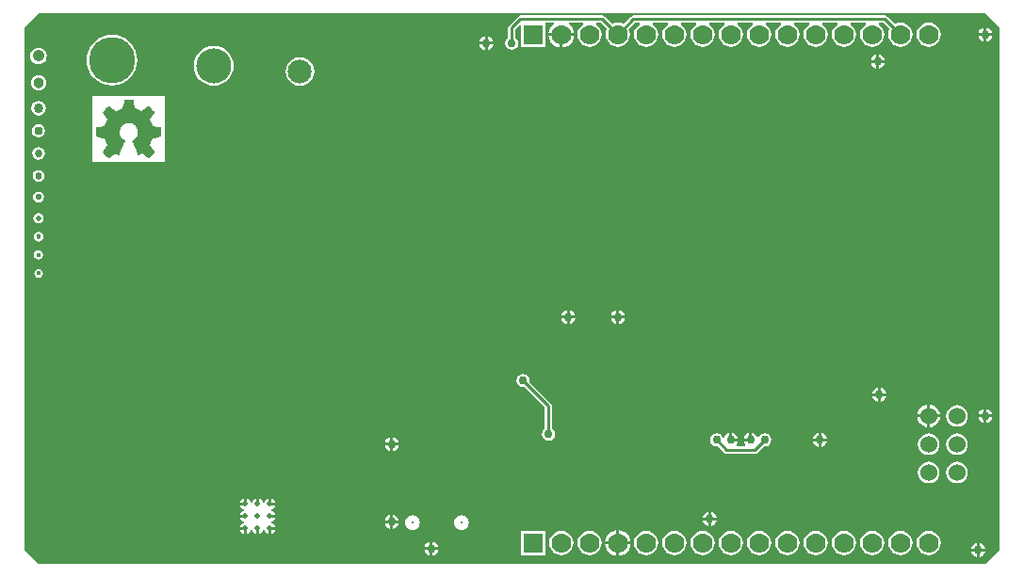
<source format=gbl>
G04 Layer_Physical_Order=2*
G04 Layer_Color=16750899*
%FSAX25Y25*%
%MOIN*%
G70*
G01*
G75*
%ADD39C,0.01000*%
%ADD40C,0.06000*%
%ADD41R,0.07000X0.07000*%
%ADD42C,0.07000*%
%ADD43C,0.01000*%
%ADD44C,0.03000*%
%ADD45C,0.04230*%
%ADD46C,0.03400*%
%ADD47C,0.02740*%
%ADD48C,0.02210*%
%ADD49C,0.01790*%
%ADD50C,0.01460*%
%ADD51C,0.01969*%
%ADD52C,0.01620*%
%ADD53C,0.01990*%
%ADD54C,0.02460*%
%ADD55C,0.03050*%
%ADD56C,0.03790*%
%ADD57C,0.16350*%
%ADD58C,0.08470*%
%ADD59C,0.12400*%
G36*
X0447500Y0292500D02*
Y0107500D01*
X0442500Y0102500D01*
X0107500D01*
X0102500Y0107500D01*
Y0292500D01*
X0107500Y0297500D01*
X0442500D01*
X0447500Y0292500D01*
D02*
G37*
%LPC*%
G36*
X0344500Y0120949D02*
X0344024Y0120855D01*
X0343198Y0120302D01*
X0342645Y0119475D01*
X0342550Y0119000D01*
X0344500D01*
Y0120949D01*
D02*
G37*
G36*
X0233000Y0119949D02*
Y0118000D01*
X0234949D01*
X0234855Y0118475D01*
X0234302Y0119302D01*
X0233475Y0119855D01*
X0233000Y0119949D01*
D02*
G37*
G36*
X0232000D02*
X0231524Y0119855D01*
X0230698Y0119302D01*
X0230145Y0118475D01*
X0230050Y0118000D01*
X0232000D01*
Y0119949D01*
D02*
G37*
G36*
X0189831Y0125754D02*
Y0124331D01*
X0191254D01*
X0191200Y0124605D01*
X0190761Y0125261D01*
X0190105Y0125700D01*
X0189831Y0125754D01*
D02*
G37*
G36*
X0180169D02*
X0179895Y0125700D01*
X0179239Y0125261D01*
X0178800Y0124605D01*
X0178746Y0124331D01*
X0180169D01*
Y0125754D01*
D02*
G37*
G36*
X0345500Y0120949D02*
Y0119000D01*
X0347449D01*
X0347355Y0119475D01*
X0346802Y0120302D01*
X0345975Y0120855D01*
X0345500Y0120949D01*
D02*
G37*
G36*
X0347449Y0118000D02*
X0345500D01*
Y0116051D01*
X0345975Y0116145D01*
X0346802Y0116698D01*
X0347355Y0117525D01*
X0347449Y0118000D01*
D02*
G37*
G36*
X0257161Y0119852D02*
X0256485Y0119763D01*
X0255854Y0119501D01*
X0255313Y0119086D01*
X0254897Y0118545D01*
X0254636Y0117914D01*
X0254547Y0117238D01*
X0254636Y0116561D01*
X0254897Y0115931D01*
X0255313Y0115390D01*
X0255854Y0114974D01*
X0256485Y0114713D01*
X0257161Y0114624D01*
X0257838Y0114713D01*
X0258468Y0114974D01*
X0259009Y0115390D01*
X0259424Y0115931D01*
X0259686Y0116561D01*
X0259775Y0117238D01*
X0259686Y0117914D01*
X0259424Y0118545D01*
X0259009Y0119086D01*
X0258468Y0119501D01*
X0257838Y0119763D01*
X0257161Y0119852D01*
D02*
G37*
G36*
X0239839D02*
X0239162Y0119763D01*
X0238532Y0119501D01*
X0237991Y0119086D01*
X0237576Y0118545D01*
X0237314Y0117914D01*
X0237225Y0117238D01*
X0237314Y0116561D01*
X0237576Y0115931D01*
X0237991Y0115390D01*
X0238532Y0114974D01*
X0239162Y0114713D01*
X0239839Y0114624D01*
X0240515Y0114713D01*
X0241146Y0114974D01*
X0241687Y0115390D01*
X0242103Y0115931D01*
X0242364Y0116561D01*
X0242453Y0117238D01*
X0242364Y0117914D01*
X0242103Y0118545D01*
X0241687Y0119086D01*
X0241146Y0119501D01*
X0240515Y0119763D01*
X0239839Y0119852D01*
D02*
G37*
G36*
X0191254Y0114669D02*
X0189831D01*
Y0113246D01*
X0190105Y0113300D01*
X0190761Y0113739D01*
X0191200Y0114395D01*
X0191254Y0114669D01*
D02*
G37*
G36*
X0344500Y0118000D02*
X0342550D01*
X0342645Y0117525D01*
X0343198Y0116698D01*
X0344024Y0116145D01*
X0344500Y0116051D01*
Y0118000D01*
D02*
G37*
G36*
X0234949Y0117000D02*
X0233000D01*
Y0115050D01*
X0233475Y0115145D01*
X0234302Y0115698D01*
X0234855Y0116525D01*
X0234949Y0117000D01*
D02*
G37*
G36*
X0232000D02*
X0230050D01*
X0230145Y0116525D01*
X0230698Y0115698D01*
X0231524Y0115145D01*
X0232000Y0115050D01*
Y0117000D01*
D02*
G37*
G36*
X0188831Y0125754D02*
X0188557Y0125700D01*
X0187900Y0125261D01*
X0187462Y0124605D01*
X0187420Y0124397D01*
X0186910D01*
X0186869Y0124605D01*
X0186431Y0125261D01*
X0185774Y0125700D01*
X0185500Y0125754D01*
Y0123831D01*
X0184500D01*
Y0125754D01*
X0184226Y0125700D01*
X0183569Y0125261D01*
X0183131Y0124605D01*
X0183089Y0124397D01*
X0182580D01*
X0182538Y0124605D01*
X0182100Y0125261D01*
X0181444Y0125700D01*
X0181169Y0125754D01*
Y0123831D01*
X0180669D01*
Y0123331D01*
X0178746D01*
X0178800Y0123056D01*
X0179239Y0122400D01*
X0179895Y0121962D01*
X0180103Y0121920D01*
Y0121411D01*
X0179895Y0121369D01*
X0179239Y0120931D01*
X0178800Y0120274D01*
X0178746Y0120000D01*
X0180669D01*
Y0119000D01*
X0178746D01*
X0178800Y0118726D01*
X0179239Y0118069D01*
X0179895Y0117631D01*
X0180103Y0117589D01*
Y0117080D01*
X0179895Y0117038D01*
X0179239Y0116600D01*
X0178800Y0115944D01*
X0178746Y0115669D01*
X0180669D01*
Y0115169D01*
X0181169D01*
Y0113246D01*
X0181444Y0113300D01*
X0182100Y0113739D01*
X0182538Y0114395D01*
X0182580Y0114603D01*
X0183089D01*
X0183131Y0114395D01*
X0183569Y0113739D01*
X0184226Y0113300D01*
X0184500Y0113246D01*
Y0115169D01*
X0185500D01*
Y0113246D01*
X0185774Y0113300D01*
X0186431Y0113739D01*
X0186869Y0114395D01*
X0186910Y0114603D01*
X0187420D01*
X0187462Y0114395D01*
X0187900Y0113739D01*
X0188557Y0113300D01*
X0188831Y0113246D01*
Y0115169D01*
X0189331D01*
Y0115669D01*
X0191254D01*
X0191200Y0115944D01*
X0190761Y0116600D01*
X0190105Y0117038D01*
X0189897Y0117080D01*
Y0117589D01*
X0190105Y0117631D01*
X0190761Y0118069D01*
X0191200Y0118726D01*
X0191254Y0119000D01*
X0189331D01*
Y0120000D01*
X0191254D01*
X0191200Y0120274D01*
X0190761Y0120931D01*
X0190105Y0121369D01*
X0189897Y0121411D01*
Y0121920D01*
X0190105Y0121962D01*
X0190761Y0122400D01*
X0191200Y0123056D01*
X0191254Y0123331D01*
X0189331D01*
Y0123831D01*
X0188831D01*
Y0125754D01*
D02*
G37*
G36*
X0232000Y0147450D02*
X0231524Y0147355D01*
X0230698Y0146802D01*
X0230145Y0145975D01*
X0230050Y0145500D01*
X0232000D01*
Y0147450D01*
D02*
G37*
G36*
X0360000Y0148950D02*
Y0146500D01*
X0359500D01*
Y0146000D01*
X0357050D01*
X0357145Y0145525D01*
X0357612Y0144825D01*
X0357423Y0144325D01*
X0354577D01*
X0354388Y0144825D01*
X0354855Y0145525D01*
X0354949Y0146000D01*
X0352500D01*
Y0146500D01*
X0352000D01*
Y0148950D01*
X0351524Y0148855D01*
X0350698Y0148302D01*
X0350157Y0147494D01*
X0349862Y0147436D01*
X0349630Y0147451D01*
X0349158Y0148158D01*
X0348397Y0148667D01*
X0347500Y0148845D01*
X0346603Y0148667D01*
X0345842Y0148158D01*
X0345333Y0147397D01*
X0345155Y0146500D01*
X0345333Y0145603D01*
X0345842Y0144842D01*
X0346603Y0144333D01*
X0347500Y0144155D01*
X0347892Y0144233D01*
X0350063Y0142063D01*
X0350493Y0141775D01*
X0351000Y0141674D01*
X0361000D01*
X0361507Y0141775D01*
X0361937Y0142063D01*
X0364107Y0144233D01*
X0364500Y0144155D01*
X0365397Y0144333D01*
X0366158Y0144842D01*
X0366667Y0145603D01*
X0366845Y0146500D01*
X0366667Y0147397D01*
X0366158Y0148158D01*
X0365397Y0148667D01*
X0364500Y0148845D01*
X0363603Y0148667D01*
X0362842Y0148158D01*
X0362369Y0147451D01*
X0362138Y0147436D01*
X0361843Y0147494D01*
X0361302Y0148302D01*
X0360475Y0148855D01*
X0360000Y0148950D01*
D02*
G37*
G36*
X0386450Y0146000D02*
X0384500D01*
Y0144051D01*
X0384976Y0144145D01*
X0385802Y0144698D01*
X0386355Y0145525D01*
X0386450Y0146000D01*
D02*
G37*
G36*
X0353000Y0148950D02*
Y0147000D01*
X0354949D01*
X0354855Y0147476D01*
X0354302Y0148302D01*
X0353475Y0148855D01*
X0353000Y0148950D01*
D02*
G37*
G36*
X0279000Y0169845D02*
X0278103Y0169667D01*
X0277342Y0169158D01*
X0276833Y0168397D01*
X0276655Y0167500D01*
X0276833Y0166603D01*
X0277342Y0165842D01*
X0278103Y0165333D01*
X0279000Y0165155D01*
X0279393Y0165233D01*
X0286659Y0157967D01*
Y0150381D01*
X0286326Y0150158D01*
X0285818Y0149397D01*
X0285639Y0148500D01*
X0285818Y0147603D01*
X0286326Y0146842D01*
X0287087Y0146333D01*
X0287984Y0146155D01*
X0288882Y0146333D01*
X0289643Y0146842D01*
X0290151Y0147603D01*
X0290329Y0148500D01*
X0290151Y0149397D01*
X0289643Y0150158D01*
X0289310Y0150381D01*
Y0158516D01*
X0289209Y0159023D01*
X0288921Y0159453D01*
X0281267Y0167107D01*
X0281345Y0167500D01*
X0281167Y0168397D01*
X0280658Y0169158D01*
X0279897Y0169667D01*
X0279000Y0169845D01*
D02*
G37*
G36*
X0233000Y0147450D02*
Y0145500D01*
X0234949D01*
X0234855Y0145975D01*
X0234302Y0146802D01*
X0233475Y0147355D01*
X0233000Y0147450D01*
D02*
G37*
G36*
X0383500Y0146000D02*
X0381551D01*
X0381645Y0145525D01*
X0382198Y0144698D01*
X0383025Y0144145D01*
X0383500Y0144051D01*
Y0146000D01*
D02*
G37*
G36*
X0422500Y0148833D02*
X0421508Y0148702D01*
X0420584Y0148319D01*
X0419790Y0147710D01*
X0419181Y0146916D01*
X0418798Y0145992D01*
X0418667Y0145000D01*
X0418798Y0144008D01*
X0419181Y0143084D01*
X0419790Y0142290D01*
X0420584Y0141681D01*
X0421508Y0141298D01*
X0422500Y0141167D01*
X0423492Y0141298D01*
X0424416Y0141681D01*
X0425210Y0142290D01*
X0425819Y0143084D01*
X0426202Y0144008D01*
X0426333Y0145000D01*
X0426202Y0145992D01*
X0425819Y0146916D01*
X0425210Y0147710D01*
X0424416Y0148319D01*
X0423492Y0148702D01*
X0422500Y0148833D01*
D02*
G37*
G36*
X0432500Y0138833D02*
X0431508Y0138702D01*
X0430584Y0138319D01*
X0429790Y0137710D01*
X0429181Y0136916D01*
X0428798Y0135992D01*
X0428667Y0135000D01*
X0428798Y0134008D01*
X0429181Y0133084D01*
X0429790Y0132290D01*
X0430584Y0131681D01*
X0431508Y0131298D01*
X0432500Y0131167D01*
X0433492Y0131298D01*
X0434416Y0131681D01*
X0435210Y0132290D01*
X0435819Y0133084D01*
X0436202Y0134008D01*
X0436333Y0135000D01*
X0436202Y0135992D01*
X0435819Y0136916D01*
X0435210Y0137710D01*
X0434416Y0138319D01*
X0433492Y0138702D01*
X0432500Y0138833D01*
D02*
G37*
G36*
X0422500D02*
X0421508Y0138702D01*
X0420584Y0138319D01*
X0419790Y0137710D01*
X0419181Y0136916D01*
X0418798Y0135992D01*
X0418667Y0135000D01*
X0418798Y0134008D01*
X0419181Y0133084D01*
X0419790Y0132290D01*
X0420584Y0131681D01*
X0421508Y0131298D01*
X0422500Y0131167D01*
X0423492Y0131298D01*
X0424416Y0131681D01*
X0425210Y0132290D01*
X0425819Y0133084D01*
X0426202Y0134008D01*
X0426333Y0135000D01*
X0426202Y0135992D01*
X0425819Y0136916D01*
X0425210Y0137710D01*
X0424416Y0138319D01*
X0423492Y0138702D01*
X0422500Y0138833D01*
D02*
G37*
G36*
X0234949Y0144500D02*
X0233000D01*
Y0142551D01*
X0233475Y0142645D01*
X0234302Y0143198D01*
X0234855Y0144025D01*
X0234949Y0144500D01*
D02*
G37*
G36*
X0232000D02*
X0230050D01*
X0230145Y0144025D01*
X0230698Y0143198D01*
X0231524Y0142645D01*
X0232000Y0142551D01*
Y0144500D01*
D02*
G37*
G36*
X0432500Y0148833D02*
X0431508Y0148702D01*
X0430584Y0148319D01*
X0429790Y0147710D01*
X0429181Y0146916D01*
X0428798Y0145992D01*
X0428667Y0145000D01*
X0428798Y0144008D01*
X0429181Y0143084D01*
X0429790Y0142290D01*
X0430584Y0141681D01*
X0431508Y0141298D01*
X0432500Y0141167D01*
X0433492Y0141298D01*
X0434416Y0141681D01*
X0435210Y0142290D01*
X0435819Y0143084D01*
X0436202Y0144008D01*
X0436333Y0145000D01*
X0436202Y0145992D01*
X0435819Y0146916D01*
X0435210Y0147710D01*
X0434416Y0148319D01*
X0433492Y0148702D01*
X0432500Y0148833D01*
D02*
G37*
G36*
X0332500Y0114337D02*
X0331378Y0114189D01*
X0330331Y0113756D01*
X0329433Y0113067D01*
X0328744Y0112169D01*
X0328311Y0111123D01*
X0328163Y0110000D01*
X0328311Y0108878D01*
X0328744Y0107831D01*
X0329433Y0106933D01*
X0330331Y0106244D01*
X0331378Y0105811D01*
X0332500Y0105663D01*
X0333623Y0105811D01*
X0334669Y0106244D01*
X0335567Y0106933D01*
X0336256Y0107831D01*
X0336689Y0108878D01*
X0336837Y0110000D01*
X0336689Y0111123D01*
X0336256Y0112169D01*
X0335567Y0113067D01*
X0334669Y0113756D01*
X0333623Y0114189D01*
X0332500Y0114337D01*
D02*
G37*
G36*
X0322500D02*
X0321377Y0114189D01*
X0320331Y0113756D01*
X0319433Y0113067D01*
X0318744Y0112169D01*
X0318311Y0111123D01*
X0318163Y0110000D01*
X0318311Y0108878D01*
X0318744Y0107831D01*
X0319433Y0106933D01*
X0320331Y0106244D01*
X0321377Y0105811D01*
X0322500Y0105663D01*
X0323622Y0105811D01*
X0324669Y0106244D01*
X0325567Y0106933D01*
X0326256Y0107831D01*
X0326689Y0108878D01*
X0326837Y0110000D01*
X0326689Y0111123D01*
X0326256Y0112169D01*
X0325567Y0113067D01*
X0324669Y0113756D01*
X0323622Y0114189D01*
X0322500Y0114337D01*
D02*
G37*
G36*
X0302500D02*
X0301378Y0114189D01*
X0300331Y0113756D01*
X0299433Y0113067D01*
X0298744Y0112169D01*
X0298311Y0111123D01*
X0298163Y0110000D01*
X0298311Y0108878D01*
X0298744Y0107831D01*
X0299433Y0106933D01*
X0300331Y0106244D01*
X0301378Y0105811D01*
X0302500Y0105663D01*
X0303623Y0105811D01*
X0304669Y0106244D01*
X0305567Y0106933D01*
X0306256Y0107831D01*
X0306689Y0108878D01*
X0306837Y0110000D01*
X0306689Y0111123D01*
X0306256Y0112169D01*
X0305567Y0113067D01*
X0304669Y0113756D01*
X0303623Y0114189D01*
X0302500Y0114337D01*
D02*
G37*
G36*
X0362500D02*
X0361378Y0114189D01*
X0360331Y0113756D01*
X0359433Y0113067D01*
X0358744Y0112169D01*
X0358311Y0111123D01*
X0358163Y0110000D01*
X0358311Y0108878D01*
X0358744Y0107831D01*
X0359433Y0106933D01*
X0360331Y0106244D01*
X0361378Y0105811D01*
X0362500Y0105663D01*
X0363622Y0105811D01*
X0364669Y0106244D01*
X0365567Y0106933D01*
X0366256Y0107831D01*
X0366689Y0108878D01*
X0366837Y0110000D01*
X0366689Y0111123D01*
X0366256Y0112169D01*
X0365567Y0113067D01*
X0364669Y0113756D01*
X0363622Y0114189D01*
X0362500Y0114337D01*
D02*
G37*
G36*
X0352500D02*
X0351378Y0114189D01*
X0350331Y0113756D01*
X0349433Y0113067D01*
X0348744Y0112169D01*
X0348311Y0111123D01*
X0348163Y0110000D01*
X0348311Y0108878D01*
X0348744Y0107831D01*
X0349433Y0106933D01*
X0350331Y0106244D01*
X0351378Y0105811D01*
X0352500Y0105663D01*
X0353623Y0105811D01*
X0354669Y0106244D01*
X0355567Y0106933D01*
X0356256Y0107831D01*
X0356689Y0108878D01*
X0356837Y0110000D01*
X0356689Y0111123D01*
X0356256Y0112169D01*
X0355567Y0113067D01*
X0354669Y0113756D01*
X0353623Y0114189D01*
X0352500Y0114337D01*
D02*
G37*
G36*
X0342500D02*
X0341377Y0114189D01*
X0340331Y0113756D01*
X0339433Y0113067D01*
X0338744Y0112169D01*
X0338311Y0111123D01*
X0338163Y0110000D01*
X0338311Y0108878D01*
X0338744Y0107831D01*
X0339433Y0106933D01*
X0340331Y0106244D01*
X0341377Y0105811D01*
X0342500Y0105663D01*
X0343622Y0105811D01*
X0344669Y0106244D01*
X0345567Y0106933D01*
X0346256Y0107831D01*
X0346689Y0108878D01*
X0346837Y0110000D01*
X0346689Y0111123D01*
X0346256Y0112169D01*
X0345567Y0113067D01*
X0344669Y0113756D01*
X0343622Y0114189D01*
X0342500Y0114337D01*
D02*
G37*
G36*
X0292500D02*
X0291377Y0114189D01*
X0290331Y0113756D01*
X0289433Y0113067D01*
X0288744Y0112169D01*
X0288311Y0111123D01*
X0288163Y0110000D01*
X0288311Y0108878D01*
X0288744Y0107831D01*
X0289433Y0106933D01*
X0290331Y0106244D01*
X0291377Y0105811D01*
X0292500Y0105663D01*
X0293622Y0105811D01*
X0294669Y0106244D01*
X0295567Y0106933D01*
X0296256Y0107831D01*
X0296689Y0108878D01*
X0296837Y0110000D01*
X0296689Y0111123D01*
X0296256Y0112169D01*
X0295567Y0113067D01*
X0294669Y0113756D01*
X0293622Y0114189D01*
X0292500Y0114337D01*
D02*
G37*
G36*
X0312000Y0109500D02*
X0308027D01*
X0308116Y0108825D01*
X0308569Y0107731D01*
X0309291Y0106791D01*
X0310231Y0106069D01*
X0311325Y0105616D01*
X0312000Y0105527D01*
Y0109500D01*
D02*
G37*
G36*
X0442450Y0107000D02*
X0440500D01*
Y0105051D01*
X0440976Y0105145D01*
X0441802Y0105698D01*
X0442355Y0106525D01*
X0442450Y0107000D01*
D02*
G37*
G36*
X0439500D02*
X0437550D01*
X0437645Y0106525D01*
X0438198Y0105698D01*
X0439024Y0105145D01*
X0439500Y0105051D01*
Y0107000D01*
D02*
G37*
G36*
X0248950Y0107500D02*
X0247000D01*
Y0105551D01*
X0247476Y0105645D01*
X0248302Y0106198D01*
X0248855Y0107025D01*
X0248950Y0107500D01*
D02*
G37*
G36*
X0246000D02*
X0244051D01*
X0244145Y0107025D01*
X0244698Y0106198D01*
X0245525Y0105645D01*
X0246000Y0105551D01*
Y0107500D01*
D02*
G37*
G36*
X0316973Y0109500D02*
X0313000D01*
Y0105527D01*
X0313675Y0105616D01*
X0314769Y0106069D01*
X0315709Y0106791D01*
X0316431Y0107731D01*
X0316884Y0108825D01*
X0316973Y0109500D01*
D02*
G37*
G36*
X0372500Y0114337D02*
X0371377Y0114189D01*
X0370331Y0113756D01*
X0369433Y0113067D01*
X0368744Y0112169D01*
X0368311Y0111123D01*
X0368163Y0110000D01*
X0368311Y0108878D01*
X0368744Y0107831D01*
X0369433Y0106933D01*
X0370331Y0106244D01*
X0371377Y0105811D01*
X0372500Y0105663D01*
X0373622Y0105811D01*
X0374669Y0106244D01*
X0375567Y0106933D01*
X0376256Y0107831D01*
X0376689Y0108878D01*
X0376837Y0110000D01*
X0376689Y0111123D01*
X0376256Y0112169D01*
X0375567Y0113067D01*
X0374669Y0113756D01*
X0373622Y0114189D01*
X0372500Y0114337D01*
D02*
G37*
G36*
X0247000Y0110450D02*
Y0108500D01*
X0248950D01*
X0248855Y0108976D01*
X0248302Y0109802D01*
X0247476Y0110355D01*
X0247000Y0110450D01*
D02*
G37*
G36*
X0246000D02*
X0245525Y0110355D01*
X0244698Y0109802D01*
X0244145Y0108976D01*
X0244051Y0108500D01*
X0246000D01*
Y0110450D01*
D02*
G37*
G36*
X0440500Y0109950D02*
Y0108000D01*
X0442450D01*
X0442355Y0108475D01*
X0441802Y0109302D01*
X0440976Y0109855D01*
X0440500Y0109950D01*
D02*
G37*
G36*
X0180169Y0114669D02*
X0178746D01*
X0178800Y0114395D01*
X0179239Y0113739D01*
X0179895Y0113300D01*
X0180169Y0113246D01*
Y0114669D01*
D02*
G37*
G36*
X0313000Y0114473D02*
Y0110500D01*
X0316973D01*
X0316884Y0111175D01*
X0316431Y0112269D01*
X0315709Y0113209D01*
X0314769Y0113931D01*
X0313675Y0114384D01*
X0313000Y0114473D01*
D02*
G37*
G36*
X0312000D02*
X0311325Y0114384D01*
X0310231Y0113931D01*
X0309291Y0113209D01*
X0308569Y0112269D01*
X0308116Y0111175D01*
X0308027Y0110500D01*
X0312000D01*
Y0114473D01*
D02*
G37*
G36*
X0439500Y0109950D02*
X0439024Y0109855D01*
X0438198Y0109302D01*
X0437645Y0108475D01*
X0437550Y0108000D01*
X0439500D01*
Y0109950D01*
D02*
G37*
G36*
X0402500Y0114337D02*
X0401377Y0114189D01*
X0400331Y0113756D01*
X0399433Y0113067D01*
X0398744Y0112169D01*
X0398311Y0111123D01*
X0398163Y0110000D01*
X0398311Y0108878D01*
X0398744Y0107831D01*
X0399433Y0106933D01*
X0400331Y0106244D01*
X0401377Y0105811D01*
X0402500Y0105663D01*
X0403622Y0105811D01*
X0404669Y0106244D01*
X0405567Y0106933D01*
X0406256Y0107831D01*
X0406689Y0108878D01*
X0406837Y0110000D01*
X0406689Y0111123D01*
X0406256Y0112169D01*
X0405567Y0113067D01*
X0404669Y0113756D01*
X0403622Y0114189D01*
X0402500Y0114337D01*
D02*
G37*
G36*
X0392500D02*
X0391377Y0114189D01*
X0390331Y0113756D01*
X0389433Y0113067D01*
X0388744Y0112169D01*
X0388311Y0111123D01*
X0388163Y0110000D01*
X0388311Y0108878D01*
X0388744Y0107831D01*
X0389433Y0106933D01*
X0390331Y0106244D01*
X0391377Y0105811D01*
X0392500Y0105663D01*
X0393622Y0105811D01*
X0394669Y0106244D01*
X0395567Y0106933D01*
X0396256Y0107831D01*
X0396689Y0108878D01*
X0396837Y0110000D01*
X0396689Y0111123D01*
X0396256Y0112169D01*
X0395567Y0113067D01*
X0394669Y0113756D01*
X0393622Y0114189D01*
X0392500Y0114337D01*
D02*
G37*
G36*
X0382500D02*
X0381378Y0114189D01*
X0380331Y0113756D01*
X0379433Y0113067D01*
X0378744Y0112169D01*
X0378311Y0111123D01*
X0378163Y0110000D01*
X0378311Y0108878D01*
X0378744Y0107831D01*
X0379433Y0106933D01*
X0380331Y0106244D01*
X0381378Y0105811D01*
X0382500Y0105663D01*
X0383623Y0105811D01*
X0384669Y0106244D01*
X0385567Y0106933D01*
X0386256Y0107831D01*
X0386689Y0108878D01*
X0386837Y0110000D01*
X0386689Y0111123D01*
X0386256Y0112169D01*
X0385567Y0113067D01*
X0384669Y0113756D01*
X0383623Y0114189D01*
X0382500Y0114337D01*
D02*
G37*
G36*
X0286800Y0114300D02*
X0278200D01*
Y0105700D01*
X0286800D01*
Y0114300D01*
D02*
G37*
G36*
X0422500Y0114337D02*
X0421378Y0114189D01*
X0420331Y0113756D01*
X0419433Y0113067D01*
X0418744Y0112169D01*
X0418311Y0111123D01*
X0418163Y0110000D01*
X0418311Y0108878D01*
X0418744Y0107831D01*
X0419433Y0106933D01*
X0420331Y0106244D01*
X0421378Y0105811D01*
X0422500Y0105663D01*
X0423623Y0105811D01*
X0424669Y0106244D01*
X0425567Y0106933D01*
X0426256Y0107831D01*
X0426689Y0108878D01*
X0426837Y0110000D01*
X0426689Y0111123D01*
X0426256Y0112169D01*
X0425567Y0113067D01*
X0424669Y0113756D01*
X0423623Y0114189D01*
X0422500Y0114337D01*
D02*
G37*
G36*
X0412500D02*
X0411377Y0114189D01*
X0410331Y0113756D01*
X0409433Y0113067D01*
X0408744Y0112169D01*
X0408311Y0111123D01*
X0408163Y0110000D01*
X0408311Y0108878D01*
X0408744Y0107831D01*
X0409433Y0106933D01*
X0410331Y0106244D01*
X0411377Y0105811D01*
X0412500Y0105663D01*
X0413623Y0105811D01*
X0414669Y0106244D01*
X0415567Y0106933D01*
X0416256Y0107831D01*
X0416689Y0108878D01*
X0416837Y0110000D01*
X0416689Y0111123D01*
X0416256Y0112169D01*
X0415567Y0113067D01*
X0414669Y0113756D01*
X0413623Y0114189D01*
X0412500Y0114337D01*
D02*
G37*
G36*
X0133500Y0290018D02*
X0131741Y0289845D01*
X0130049Y0289332D01*
X0128490Y0288498D01*
X0127123Y0287377D01*
X0126001Y0286010D01*
X0125168Y0284451D01*
X0124655Y0282759D01*
X0124482Y0281000D01*
X0124655Y0279241D01*
X0125168Y0277549D01*
X0126001Y0275990D01*
X0127123Y0274623D01*
X0128490Y0273501D01*
X0130049Y0272668D01*
X0131741Y0272155D01*
X0133500Y0271982D01*
X0135259Y0272155D01*
X0136951Y0272668D01*
X0138510Y0273501D01*
X0139877Y0274623D01*
X0140999Y0275990D01*
X0141832Y0277549D01*
X0142345Y0279241D01*
X0142518Y0281000D01*
X0142345Y0282759D01*
X0141832Y0284451D01*
X0140999Y0286010D01*
X0139877Y0287377D01*
X0138510Y0288498D01*
X0136951Y0289332D01*
X0135259Y0289845D01*
X0133500Y0290018D01*
D02*
G37*
G36*
X0169500Y0286034D02*
X0168128Y0285899D01*
X0166808Y0285498D01*
X0165592Y0284848D01*
X0164526Y0283974D01*
X0163652Y0282908D01*
X0163002Y0281692D01*
X0162601Y0280372D01*
X0162466Y0279000D01*
X0162601Y0277628D01*
X0163002Y0276308D01*
X0163652Y0275092D01*
X0164526Y0274026D01*
X0165592Y0273151D01*
X0166808Y0272501D01*
X0168128Y0272101D01*
X0169500Y0271966D01*
X0170872Y0272101D01*
X0172192Y0272501D01*
X0173408Y0273151D01*
X0174474Y0274026D01*
X0175348Y0275092D01*
X0175998Y0276308D01*
X0176399Y0277628D01*
X0176534Y0279000D01*
X0176399Y0280372D01*
X0175998Y0281692D01*
X0175348Y0282908D01*
X0174474Y0283974D01*
X0173408Y0284848D01*
X0172192Y0285498D01*
X0170872Y0285899D01*
X0169500Y0286034D01*
D02*
G37*
G36*
X0200000Y0282079D02*
X0198686Y0281905D01*
X0197461Y0281398D01*
X0196409Y0280591D01*
X0195602Y0279539D01*
X0195095Y0278314D01*
X0194922Y0277000D01*
X0195095Y0275686D01*
X0195602Y0274461D01*
X0196409Y0273409D01*
X0197461Y0272602D01*
X0198686Y0272095D01*
X0200000Y0271921D01*
X0201314Y0272095D01*
X0202539Y0272602D01*
X0203591Y0273409D01*
X0204398Y0274461D01*
X0204905Y0275686D01*
X0205079Y0277000D01*
X0204905Y0278314D01*
X0204398Y0279539D01*
X0203591Y0280591D01*
X0202539Y0281398D01*
X0201314Y0281905D01*
X0200000Y0282079D01*
D02*
G37*
G36*
X0107500Y0285440D02*
X0106739Y0285340D01*
X0106030Y0285046D01*
X0105421Y0284579D01*
X0104954Y0283970D01*
X0104660Y0283261D01*
X0104560Y0282500D01*
X0104660Y0281739D01*
X0104954Y0281030D01*
X0105421Y0280421D01*
X0106030Y0279954D01*
X0106739Y0279660D01*
X0107500Y0279560D01*
X0108261Y0279660D01*
X0108970Y0279954D01*
X0109579Y0280421D01*
X0110046Y0281030D01*
X0110340Y0281739D01*
X0110440Y0282500D01*
X0110340Y0283261D01*
X0110046Y0283970D01*
X0109579Y0284579D01*
X0108970Y0285046D01*
X0108261Y0285340D01*
X0107500Y0285440D01*
D02*
G37*
G36*
X0406950Y0280000D02*
X0405000D01*
Y0278050D01*
X0405476Y0278145D01*
X0406302Y0278698D01*
X0406855Y0279524D01*
X0406950Y0280000D01*
D02*
G37*
G36*
X0404000D02*
X0402050D01*
X0402145Y0279524D01*
X0402698Y0278698D01*
X0403524Y0278145D01*
X0404000Y0278050D01*
Y0280000D01*
D02*
G37*
G36*
X0107500Y0275718D02*
X0106797Y0275626D01*
X0106141Y0275354D01*
X0105578Y0274922D01*
X0105146Y0274359D01*
X0104874Y0273704D01*
X0104782Y0273000D01*
X0104874Y0272297D01*
X0105146Y0271641D01*
X0105578Y0271078D01*
X0106141Y0270646D01*
X0106797Y0270374D01*
X0107500Y0270282D01*
X0108203Y0270374D01*
X0108859Y0270646D01*
X0109422Y0271078D01*
X0109854Y0271641D01*
X0110126Y0272297D01*
X0110218Y0273000D01*
X0110126Y0273704D01*
X0109854Y0274359D01*
X0109422Y0274922D01*
X0108859Y0275354D01*
X0108203Y0275626D01*
X0107500Y0275718D01*
D02*
G37*
G36*
X0152319Y0268401D02*
X0126562D01*
Y0244941D01*
X0152319D01*
Y0268401D01*
D02*
G37*
G36*
X0107500Y0242070D02*
X0106708Y0241912D01*
X0106036Y0241463D01*
X0105588Y0240792D01*
X0105430Y0240000D01*
X0105588Y0239208D01*
X0106036Y0238537D01*
X0106708Y0238088D01*
X0107500Y0237930D01*
X0108292Y0238088D01*
X0108964Y0238537D01*
X0109412Y0239208D01*
X0109570Y0240000D01*
X0109412Y0240792D01*
X0108964Y0241463D01*
X0108292Y0241912D01*
X0107500Y0242070D01*
D02*
G37*
G36*
Y0234442D02*
X0106757Y0234295D01*
X0106127Y0233873D01*
X0105705Y0233243D01*
X0105558Y0232500D01*
X0105705Y0231757D01*
X0106127Y0231127D01*
X0106757Y0230705D01*
X0107500Y0230558D01*
X0108243Y0230705D01*
X0108873Y0231127D01*
X0109294Y0231757D01*
X0109442Y0232500D01*
X0109294Y0233243D01*
X0108873Y0233873D01*
X0108243Y0234295D01*
X0107500Y0234442D01*
D02*
G37*
G36*
Y0266549D02*
X0106525Y0266355D01*
X0105698Y0265802D01*
X0105145Y0264976D01*
X0104951Y0264000D01*
X0105145Y0263024D01*
X0105698Y0262198D01*
X0106525Y0261645D01*
X0107500Y0261451D01*
X0108475Y0261645D01*
X0109302Y0262198D01*
X0109855Y0263024D01*
X0110049Y0264000D01*
X0109855Y0264976D01*
X0109302Y0265802D01*
X0108475Y0266355D01*
X0107500Y0266549D01*
D02*
G37*
G36*
Y0258371D02*
X0106593Y0258190D01*
X0105824Y0257676D01*
X0105310Y0256907D01*
X0105129Y0256000D01*
X0105310Y0255093D01*
X0105824Y0254324D01*
X0106593Y0253810D01*
X0107500Y0253629D01*
X0108407Y0253810D01*
X0109176Y0254324D01*
X0109690Y0255093D01*
X0109871Y0256000D01*
X0109690Y0256907D01*
X0109176Y0257676D01*
X0108407Y0258190D01*
X0107500Y0258371D01*
D02*
G37*
G36*
Y0250213D02*
X0106653Y0250044D01*
X0105936Y0249565D01*
X0105456Y0248847D01*
X0105288Y0248000D01*
X0105456Y0247153D01*
X0105936Y0246435D01*
X0106653Y0245956D01*
X0107500Y0245788D01*
X0108347Y0245956D01*
X0109064Y0246435D01*
X0109544Y0247153D01*
X0109713Y0248000D01*
X0109544Y0248847D01*
X0109064Y0249565D01*
X0108347Y0250044D01*
X0107500Y0250213D01*
D02*
G37*
G36*
X0404000Y0282949D02*
X0403524Y0282855D01*
X0402698Y0282302D01*
X0402145Y0281475D01*
X0402050Y0281000D01*
X0404000D01*
Y0282949D01*
D02*
G37*
G36*
X0444949Y0289500D02*
X0443000D01*
Y0287550D01*
X0443475Y0287645D01*
X0444302Y0288198D01*
X0444855Y0289024D01*
X0444949Y0289500D01*
D02*
G37*
G36*
X0442000D02*
X0440051D01*
X0440145Y0289024D01*
X0440698Y0288198D01*
X0441525Y0287645D01*
X0442000Y0287550D01*
Y0289500D01*
D02*
G37*
G36*
X0266500Y0289450D02*
Y0287500D01*
X0268449D01*
X0268355Y0287976D01*
X0267802Y0288802D01*
X0266975Y0289355D01*
X0266500Y0289450D01*
D02*
G37*
G36*
X0407000Y0296826D02*
X0318000D01*
X0317493Y0296725D01*
X0317063Y0296437D01*
X0314466Y0293840D01*
X0313622Y0294189D01*
X0312500Y0294337D01*
X0311378Y0294189D01*
X0310534Y0293840D01*
X0307937Y0296437D01*
X0307507Y0296725D01*
X0307000Y0296826D01*
X0278000D01*
X0277493Y0296725D01*
X0277063Y0296437D01*
X0274063Y0293437D01*
X0273775Y0293007D01*
X0273675Y0292500D01*
Y0288880D01*
X0273342Y0288658D01*
X0272833Y0287897D01*
X0272655Y0287000D01*
X0272833Y0286103D01*
X0273342Y0285342D01*
X0274103Y0284833D01*
X0275000Y0284655D01*
X0275897Y0284833D01*
X0276658Y0285342D01*
X0277167Y0286103D01*
X0277345Y0287000D01*
X0277167Y0287897D01*
X0276658Y0288658D01*
X0276325Y0288880D01*
Y0291951D01*
X0277738Y0293364D01*
X0278200Y0293172D01*
Y0285700D01*
X0286800D01*
Y0294175D01*
X0289727D01*
X0289897Y0293674D01*
X0289291Y0293209D01*
X0288569Y0292269D01*
X0288116Y0291175D01*
X0288027Y0290500D01*
X0296973D01*
X0296884Y0291175D01*
X0296431Y0292269D01*
X0295709Y0293209D01*
X0295103Y0293674D01*
X0295273Y0294175D01*
X0300109D01*
X0300225Y0293674D01*
X0299433Y0293067D01*
X0298744Y0292169D01*
X0298311Y0291123D01*
X0298163Y0290000D01*
X0298311Y0288878D01*
X0298744Y0287831D01*
X0299433Y0286933D01*
X0300331Y0286244D01*
X0301378Y0285811D01*
X0302500Y0285663D01*
X0303623Y0285811D01*
X0304669Y0286244D01*
X0305567Y0286933D01*
X0306256Y0287831D01*
X0306689Y0288878D01*
X0306837Y0290000D01*
X0306689Y0291123D01*
X0306256Y0292169D01*
X0305567Y0293067D01*
X0304775Y0293674D01*
X0304891Y0294175D01*
X0306451D01*
X0308660Y0291966D01*
X0308311Y0291123D01*
X0308163Y0290000D01*
X0308311Y0288878D01*
X0308744Y0287831D01*
X0309433Y0286933D01*
X0310331Y0286244D01*
X0311378Y0285811D01*
X0312500Y0285663D01*
X0313622Y0285811D01*
X0314669Y0286244D01*
X0315567Y0286933D01*
X0316256Y0287831D01*
X0316689Y0288878D01*
X0316837Y0290000D01*
X0316689Y0291123D01*
X0316340Y0291966D01*
X0318549Y0294175D01*
X0320109D01*
X0320225Y0293674D01*
X0319433Y0293067D01*
X0318744Y0292169D01*
X0318311Y0291123D01*
X0318163Y0290000D01*
X0318311Y0288878D01*
X0318744Y0287831D01*
X0319433Y0286933D01*
X0320331Y0286244D01*
X0321377Y0285811D01*
X0322500Y0285663D01*
X0323622Y0285811D01*
X0324669Y0286244D01*
X0325567Y0286933D01*
X0326256Y0287831D01*
X0326689Y0288878D01*
X0326837Y0290000D01*
X0326689Y0291123D01*
X0326256Y0292169D01*
X0325567Y0293067D01*
X0324775Y0293674D01*
X0324891Y0294175D01*
X0330108D01*
X0330225Y0293674D01*
X0329433Y0293067D01*
X0328744Y0292169D01*
X0328311Y0291123D01*
X0328163Y0290000D01*
X0328311Y0288878D01*
X0328744Y0287831D01*
X0329433Y0286933D01*
X0330331Y0286244D01*
X0331378Y0285811D01*
X0332500Y0285663D01*
X0333623Y0285811D01*
X0334669Y0286244D01*
X0335567Y0286933D01*
X0336256Y0287831D01*
X0336689Y0288878D01*
X0336837Y0290000D01*
X0336689Y0291123D01*
X0336256Y0292169D01*
X0335567Y0293067D01*
X0334775Y0293674D01*
X0334892Y0294175D01*
X0340108D01*
X0340225Y0293674D01*
X0339433Y0293067D01*
X0338744Y0292169D01*
X0338311Y0291123D01*
X0338163Y0290000D01*
X0338311Y0288878D01*
X0338744Y0287831D01*
X0339433Y0286933D01*
X0340331Y0286244D01*
X0341377Y0285811D01*
X0342500Y0285663D01*
X0343622Y0285811D01*
X0344669Y0286244D01*
X0345567Y0286933D01*
X0346256Y0287831D01*
X0346689Y0288878D01*
X0346837Y0290000D01*
X0346689Y0291123D01*
X0346256Y0292169D01*
X0345567Y0293067D01*
X0344775Y0293674D01*
X0344892Y0294175D01*
X0350109D01*
X0350225Y0293674D01*
X0349433Y0293067D01*
X0348744Y0292169D01*
X0348311Y0291123D01*
X0348163Y0290000D01*
X0348311Y0288878D01*
X0348744Y0287831D01*
X0349433Y0286933D01*
X0350331Y0286244D01*
X0351378Y0285811D01*
X0352500Y0285663D01*
X0353623Y0285811D01*
X0354669Y0286244D01*
X0355567Y0286933D01*
X0356256Y0287831D01*
X0356689Y0288878D01*
X0356837Y0290000D01*
X0356689Y0291123D01*
X0356256Y0292169D01*
X0355567Y0293067D01*
X0354775Y0293674D01*
X0354891Y0294175D01*
X0360108D01*
X0360225Y0293674D01*
X0359433Y0293067D01*
X0358744Y0292169D01*
X0358311Y0291123D01*
X0358163Y0290000D01*
X0358311Y0288878D01*
X0358744Y0287831D01*
X0359433Y0286933D01*
X0360331Y0286244D01*
X0361378Y0285811D01*
X0362500Y0285663D01*
X0363622Y0285811D01*
X0364669Y0286244D01*
X0365567Y0286933D01*
X0366256Y0287831D01*
X0366689Y0288878D01*
X0366837Y0290000D01*
X0366689Y0291123D01*
X0366256Y0292169D01*
X0365567Y0293067D01*
X0364775Y0293674D01*
X0364892Y0294175D01*
X0370109D01*
X0370225Y0293674D01*
X0369433Y0293067D01*
X0368744Y0292169D01*
X0368311Y0291123D01*
X0368163Y0290000D01*
X0368311Y0288878D01*
X0368744Y0287831D01*
X0369433Y0286933D01*
X0370331Y0286244D01*
X0371377Y0285811D01*
X0372500Y0285663D01*
X0373622Y0285811D01*
X0374669Y0286244D01*
X0375567Y0286933D01*
X0376256Y0287831D01*
X0376689Y0288878D01*
X0376837Y0290000D01*
X0376689Y0291123D01*
X0376256Y0292169D01*
X0375567Y0293067D01*
X0374775Y0293674D01*
X0374891Y0294175D01*
X0380108D01*
X0380225Y0293674D01*
X0379433Y0293067D01*
X0378744Y0292169D01*
X0378311Y0291123D01*
X0378163Y0290000D01*
X0378311Y0288878D01*
X0378744Y0287831D01*
X0379433Y0286933D01*
X0380331Y0286244D01*
X0381378Y0285811D01*
X0382500Y0285663D01*
X0383623Y0285811D01*
X0384669Y0286244D01*
X0385567Y0286933D01*
X0386256Y0287831D01*
X0386689Y0288878D01*
X0386837Y0290000D01*
X0386689Y0291123D01*
X0386256Y0292169D01*
X0385567Y0293067D01*
X0384775Y0293674D01*
X0384892Y0294175D01*
X0390108D01*
X0390225Y0293674D01*
X0389433Y0293067D01*
X0388744Y0292169D01*
X0388311Y0291123D01*
X0388163Y0290000D01*
X0388311Y0288878D01*
X0388744Y0287831D01*
X0389433Y0286933D01*
X0390331Y0286244D01*
X0391377Y0285811D01*
X0392500Y0285663D01*
X0393622Y0285811D01*
X0394669Y0286244D01*
X0395567Y0286933D01*
X0396256Y0287831D01*
X0396689Y0288878D01*
X0396837Y0290000D01*
X0396689Y0291123D01*
X0396256Y0292169D01*
X0395567Y0293067D01*
X0394775Y0293674D01*
X0394892Y0294175D01*
X0400108D01*
X0400225Y0293674D01*
X0399433Y0293067D01*
X0398744Y0292169D01*
X0398311Y0291123D01*
X0398163Y0290000D01*
X0398311Y0288878D01*
X0398744Y0287831D01*
X0399433Y0286933D01*
X0400331Y0286244D01*
X0401377Y0285811D01*
X0402500Y0285663D01*
X0403622Y0285811D01*
X0404669Y0286244D01*
X0405567Y0286933D01*
X0406256Y0287831D01*
X0406689Y0288878D01*
X0406837Y0290000D01*
X0406689Y0291123D01*
X0406256Y0292169D01*
X0405567Y0293067D01*
X0404775Y0293674D01*
X0404891Y0294175D01*
X0406451D01*
X0408660Y0291966D01*
X0408311Y0291123D01*
X0408163Y0290000D01*
X0408311Y0288878D01*
X0408744Y0287831D01*
X0409433Y0286933D01*
X0410331Y0286244D01*
X0411377Y0285811D01*
X0412500Y0285663D01*
X0413623Y0285811D01*
X0414669Y0286244D01*
X0415567Y0286933D01*
X0416256Y0287831D01*
X0416689Y0288878D01*
X0416837Y0290000D01*
X0416689Y0291123D01*
X0416256Y0292169D01*
X0415567Y0293067D01*
X0414669Y0293756D01*
X0413623Y0294189D01*
X0412500Y0294337D01*
X0411377Y0294189D01*
X0410534Y0293840D01*
X0407937Y0296437D01*
X0407507Y0296725D01*
X0407000Y0296826D01*
D02*
G37*
G36*
X0443000Y0292449D02*
Y0290500D01*
X0444949D01*
X0444855Y0290975D01*
X0444302Y0291802D01*
X0443475Y0292355D01*
X0443000Y0292449D01*
D02*
G37*
G36*
X0442000D02*
X0441525Y0292355D01*
X0440698Y0291802D01*
X0440145Y0290975D01*
X0440051Y0290500D01*
X0442000D01*
Y0292449D01*
D02*
G37*
G36*
X0265500Y0289450D02*
X0265024Y0289355D01*
X0264198Y0288802D01*
X0263645Y0287976D01*
X0263550Y0287500D01*
X0265500D01*
Y0289450D01*
D02*
G37*
G36*
X0268449Y0286500D02*
X0266500D01*
Y0284550D01*
X0266975Y0284645D01*
X0267802Y0285198D01*
X0268355Y0286024D01*
X0268449Y0286500D01*
D02*
G37*
G36*
X0265500D02*
X0263550D01*
X0263645Y0286024D01*
X0264198Y0285198D01*
X0265024Y0284645D01*
X0265500Y0284550D01*
Y0286500D01*
D02*
G37*
G36*
X0405000Y0282949D02*
Y0281000D01*
X0406950D01*
X0406855Y0281475D01*
X0406302Y0282302D01*
X0405476Y0282855D01*
X0405000Y0282949D01*
D02*
G37*
G36*
X0422500Y0294337D02*
X0421378Y0294189D01*
X0420331Y0293756D01*
X0419433Y0293067D01*
X0418744Y0292169D01*
X0418311Y0291123D01*
X0418163Y0290000D01*
X0418311Y0288878D01*
X0418744Y0287831D01*
X0419433Y0286933D01*
X0420331Y0286244D01*
X0421378Y0285811D01*
X0422500Y0285663D01*
X0423623Y0285811D01*
X0424669Y0286244D01*
X0425567Y0286933D01*
X0426256Y0287831D01*
X0426689Y0288878D01*
X0426837Y0290000D01*
X0426689Y0291123D01*
X0426256Y0292169D01*
X0425567Y0293067D01*
X0424669Y0293756D01*
X0423623Y0294189D01*
X0422500Y0294337D01*
D02*
G37*
G36*
X0296973Y0289500D02*
X0293000D01*
Y0285527D01*
X0293675Y0285616D01*
X0294769Y0286069D01*
X0295709Y0286791D01*
X0296431Y0287731D01*
X0296884Y0288825D01*
X0296973Y0289500D01*
D02*
G37*
G36*
X0292000D02*
X0288027D01*
X0288116Y0288825D01*
X0288569Y0287731D01*
X0289291Y0286791D01*
X0290231Y0286069D01*
X0291325Y0285616D01*
X0292000Y0285527D01*
Y0289500D01*
D02*
G37*
G36*
X0107500Y0226830D02*
X0106800Y0226691D01*
X0106206Y0226294D01*
X0105809Y0225700D01*
X0105670Y0225000D01*
X0105809Y0224300D01*
X0106206Y0223706D01*
X0106800Y0223309D01*
X0107500Y0223170D01*
X0108200Y0223309D01*
X0108794Y0223706D01*
X0109191Y0224300D01*
X0109330Y0225000D01*
X0109191Y0225700D01*
X0108794Y0226294D01*
X0108200Y0226691D01*
X0107500Y0226830D01*
D02*
G37*
G36*
X0423000Y0158969D02*
Y0155500D01*
X0426469D01*
X0426397Y0156044D01*
X0425994Y0157017D01*
X0425353Y0157853D01*
X0424517Y0158494D01*
X0423544Y0158897D01*
X0423000Y0158969D01*
D02*
G37*
G36*
X0422000D02*
X0421456Y0158897D01*
X0420483Y0158494D01*
X0419647Y0157853D01*
X0419006Y0157017D01*
X0418603Y0156044D01*
X0418531Y0155500D01*
X0422000D01*
Y0158969D01*
D02*
G37*
G36*
X0444949Y0154500D02*
X0443000D01*
Y0152550D01*
X0443475Y0152645D01*
X0444302Y0153198D01*
X0444855Y0154025D01*
X0444949Y0154500D01*
D02*
G37*
G36*
X0404500Y0162000D02*
X0402551D01*
X0402645Y0161524D01*
X0403198Y0160698D01*
X0404025Y0160145D01*
X0404500Y0160050D01*
Y0162000D01*
D02*
G37*
G36*
X0443000Y0157449D02*
Y0155500D01*
X0444949D01*
X0444855Y0155975D01*
X0444302Y0156802D01*
X0443475Y0157355D01*
X0443000Y0157449D01*
D02*
G37*
G36*
X0442000D02*
X0441525Y0157355D01*
X0440698Y0156802D01*
X0440145Y0155975D01*
X0440051Y0155500D01*
X0442000D01*
Y0157449D01*
D02*
G37*
G36*
Y0154500D02*
X0440051D01*
X0440145Y0154025D01*
X0440698Y0153198D01*
X0441525Y0152645D01*
X0442000Y0152550D01*
Y0154500D01*
D02*
G37*
G36*
X0384500Y0148950D02*
Y0147000D01*
X0386450D01*
X0386355Y0147476D01*
X0385802Y0148302D01*
X0384976Y0148855D01*
X0384500Y0148950D01*
D02*
G37*
G36*
X0383500D02*
X0383025Y0148855D01*
X0382198Y0148302D01*
X0381645Y0147476D01*
X0381551Y0147000D01*
X0383500D01*
Y0148950D01*
D02*
G37*
G36*
X0359000D02*
X0358524Y0148855D01*
X0357698Y0148302D01*
X0357145Y0147476D01*
X0357050Y0147000D01*
X0359000D01*
Y0148950D01*
D02*
G37*
G36*
X0432500Y0158833D02*
X0431508Y0158702D01*
X0430584Y0158319D01*
X0429790Y0157710D01*
X0429181Y0156916D01*
X0428798Y0155992D01*
X0428667Y0155000D01*
X0428798Y0154008D01*
X0429181Y0153084D01*
X0429790Y0152290D01*
X0430584Y0151681D01*
X0431508Y0151298D01*
X0432500Y0151167D01*
X0433492Y0151298D01*
X0434416Y0151681D01*
X0435210Y0152290D01*
X0435819Y0153084D01*
X0436202Y0154008D01*
X0436333Y0155000D01*
X0436202Y0155992D01*
X0435819Y0156916D01*
X0435210Y0157710D01*
X0434416Y0158319D01*
X0433492Y0158702D01*
X0432500Y0158833D01*
D02*
G37*
G36*
X0426469Y0154500D02*
X0423000D01*
Y0151031D01*
X0423544Y0151103D01*
X0424517Y0151506D01*
X0425353Y0152147D01*
X0425994Y0152983D01*
X0426397Y0153956D01*
X0426469Y0154500D01*
D02*
G37*
G36*
X0422000D02*
X0418531D01*
X0418603Y0153956D01*
X0419006Y0152983D01*
X0419647Y0152147D01*
X0420483Y0151506D01*
X0421456Y0151103D01*
X0422000Y0151031D01*
Y0154500D01*
D02*
G37*
G36*
X0407449Y0162000D02*
X0405500D01*
Y0160050D01*
X0405975Y0160145D01*
X0406802Y0160698D01*
X0407355Y0161524D01*
X0407449Y0162000D01*
D02*
G37*
G36*
X0313000Y0192449D02*
Y0190500D01*
X0314949D01*
X0314855Y0190975D01*
X0314302Y0191802D01*
X0313475Y0192355D01*
X0313000Y0192449D01*
D02*
G37*
G36*
X0312000D02*
X0311525Y0192355D01*
X0310698Y0191802D01*
X0310145Y0190975D01*
X0310051Y0190500D01*
X0312000D01*
Y0192449D01*
D02*
G37*
G36*
X0295500D02*
Y0190500D01*
X0297449D01*
X0297355Y0190975D01*
X0296802Y0191802D01*
X0295975Y0192355D01*
X0295500Y0192449D01*
D02*
G37*
G36*
X0107500Y0220228D02*
X0106839Y0220097D01*
X0106278Y0219722D01*
X0105903Y0219161D01*
X0105772Y0218500D01*
X0105903Y0217839D01*
X0106278Y0217278D01*
X0106839Y0216903D01*
X0107500Y0216772D01*
X0108161Y0216903D01*
X0108722Y0217278D01*
X0109097Y0217839D01*
X0109228Y0218500D01*
X0109097Y0219161D01*
X0108722Y0219722D01*
X0108161Y0220097D01*
X0107500Y0220228D01*
D02*
G37*
G36*
Y0213642D02*
X0106872Y0213517D01*
X0106339Y0213161D01*
X0105983Y0212628D01*
X0105859Y0212000D01*
X0105983Y0211372D01*
X0106339Y0210839D01*
X0106872Y0210483D01*
X0107500Y0210359D01*
X0108128Y0210483D01*
X0108661Y0210839D01*
X0109017Y0211372D01*
X0109142Y0212000D01*
X0109017Y0212628D01*
X0108661Y0213161D01*
X0108128Y0213517D01*
X0107500Y0213642D01*
D02*
G37*
G36*
Y0207060D02*
X0106903Y0206941D01*
X0106397Y0206603D01*
X0106059Y0206097D01*
X0105940Y0205500D01*
X0106059Y0204903D01*
X0106397Y0204397D01*
X0106903Y0204059D01*
X0107500Y0203940D01*
X0108097Y0204059D01*
X0108603Y0204397D01*
X0108941Y0204903D01*
X0109060Y0205500D01*
X0108941Y0206097D01*
X0108603Y0206603D01*
X0108097Y0206941D01*
X0107500Y0207060D01*
D02*
G37*
G36*
X0294500Y0192449D02*
X0294024Y0192355D01*
X0293198Y0191802D01*
X0292645Y0190975D01*
X0292550Y0190500D01*
X0294500D01*
Y0192449D01*
D02*
G37*
G36*
Y0189500D02*
X0292550D01*
X0292645Y0189024D01*
X0293198Y0188198D01*
X0294024Y0187645D01*
X0294500Y0187550D01*
Y0189500D01*
D02*
G37*
G36*
X0405500Y0164950D02*
Y0163000D01*
X0407449D01*
X0407355Y0163476D01*
X0406802Y0164302D01*
X0405975Y0164855D01*
X0405500Y0164950D01*
D02*
G37*
G36*
X0404500D02*
X0404025Y0164855D01*
X0403198Y0164302D01*
X0402645Y0163476D01*
X0402551Y0163000D01*
X0404500D01*
Y0164950D01*
D02*
G37*
G36*
X0314949Y0189500D02*
X0313000D01*
Y0187550D01*
X0313475Y0187645D01*
X0314302Y0188198D01*
X0314855Y0189024D01*
X0314949Y0189500D01*
D02*
G37*
G36*
X0312000D02*
X0310051D01*
X0310145Y0189024D01*
X0310698Y0188198D01*
X0311525Y0187645D01*
X0312000Y0187550D01*
Y0189500D01*
D02*
G37*
G36*
X0297449D02*
X0295500D01*
Y0187550D01*
X0295975Y0187645D01*
X0296802Y0188198D01*
X0297355Y0189024D01*
X0297449Y0189500D01*
D02*
G37*
%LPD*%
G36*
X0141005Y0267083D02*
X0141042Y0267046D01*
X0141060Y0266990D01*
Y0266972D01*
X0141116Y0266676D01*
Y0266398D01*
X0141597Y0263992D01*
X0141615Y0263936D01*
X0141634Y0263918D01*
Y0263899D01*
X0141690Y0263862D01*
X0141727D01*
X0143707Y0263066D01*
X0143781Y0263029D01*
X0143837D01*
X0143874Y0263048D01*
X0143892Y0263066D01*
X0145947Y0264436D01*
X0146021Y0264510D01*
X0146095Y0264547D01*
X0146150Y0264584D01*
X0146187Y0264603D01*
X0146354Y0264732D01*
X0146428Y0264769D01*
X0146484D01*
X0146521Y0264751D01*
X0146539Y0264732D01*
X0146743Y0264547D01*
X0146928Y0264362D01*
X0147502Y0263807D01*
X0147687Y0263621D01*
X0148298Y0263066D01*
X0148483Y0262881D01*
X0148668Y0262696D01*
Y0262603D01*
X0148686Y0262585D01*
Y0262566D01*
Y0262511D01*
Y0262474D01*
X0148668Y0262455D01*
Y0262437D01*
X0148483Y0262252D01*
X0148464Y0262178D01*
X0148446Y0262159D01*
Y0262141D01*
X0148390Y0262048D01*
X0148353Y0262030D01*
Y0262011D01*
X0146983Y0260031D01*
X0146965Y0259975D01*
Y0259957D01*
Y0259938D01*
X0146946Y0259901D01*
X0146965Y0259864D01*
X0146983Y0259845D01*
X0147853Y0257809D01*
X0147872Y0257772D01*
X0147890Y0257735D01*
X0147909Y0257717D01*
X0147927D01*
X0148001Y0257680D01*
X0148038D01*
X0150334Y0257254D01*
X0150426Y0257199D01*
X0150445Y0257180D01*
X0150574D01*
X0150889Y0257124D01*
X0150963Y0257106D01*
X0151000Y0257069D01*
X0151019Y0257014D01*
Y0256995D01*
Y0256699D01*
Y0256440D01*
Y0255644D01*
Y0255385D01*
Y0254570D01*
Y0254348D01*
Y0254033D01*
X0151000Y0253978D01*
X0150981Y0253959D01*
Y0253941D01*
X0150926Y0253904D01*
X0150889D01*
X0150574Y0253848D01*
X0150500D01*
X0150463Y0253830D01*
X0150408D01*
X0150371Y0253811D01*
X0150334Y0253793D01*
Y0253774D01*
X0148094Y0253422D01*
X0148038Y0253348D01*
X0148020Y0253330D01*
Y0253311D01*
X0147946Y0253256D01*
X0147909Y0253237D01*
X0147039Y0251053D01*
Y0250887D01*
X0148353Y0248999D01*
X0148427Y0248925D01*
X0148446Y0248906D01*
Y0248888D01*
X0148483Y0248795D01*
Y0248777D01*
Y0248758D01*
X0148668Y0248591D01*
X0148686Y0248554D01*
X0148705Y0248499D01*
X0148686Y0248480D01*
Y0248462D01*
X0148668Y0248425D01*
Y0248406D01*
X0148483Y0248147D01*
X0148298Y0248018D01*
X0147687Y0247388D01*
X0147502Y0247203D01*
X0146928Y0246666D01*
X0146743Y0246463D01*
X0146539Y0246278D01*
X0146484Y0246241D01*
X0146409Y0246259D01*
X0146372D01*
X0146354Y0246278D01*
X0146187Y0246407D01*
X0146076Y0246463D01*
X0146058Y0246500D01*
X0146039D01*
X0145965Y0246574D01*
X0145947Y0246592D01*
X0144133Y0247832D01*
X0144096Y0247869D01*
X0144059Y0247888D01*
X0143966D01*
X0143929Y0247869D01*
X0143892Y0247851D01*
Y0247832D01*
X0143541Y0247666D01*
X0143448Y0247592D01*
X0143429Y0247573D01*
X0143411D01*
X0143300Y0247536D01*
X0143263D01*
X0142893Y0247277D01*
X0142819D01*
X0142763Y0247314D01*
X0142726Y0247333D01*
X0142596Y0247777D01*
X0142541Y0247869D01*
X0142522Y0247888D01*
Y0247906D01*
X0142485Y0247999D01*
X0142467Y0248018D01*
X0140912Y0251812D01*
X0140875Y0251886D01*
X0140857Y0251905D01*
Y0251923D01*
X0140820Y0252016D01*
X0140801Y0252034D01*
X0140671Y0252293D01*
Y0252367D01*
X0140690Y0252404D01*
Y0252442D01*
X0140708Y0252479D01*
X0140727D01*
X0140986Y0252664D01*
X0141060Y0252682D01*
X0141079Y0252701D01*
X0141134Y0252756D01*
X0141153Y0252793D01*
X0141171D01*
X0141412Y0252960D01*
X0141615Y0253145D01*
X0141800Y0253330D01*
X0141967Y0253497D01*
X0142097Y0253663D01*
X0142189Y0253793D01*
X0142245Y0253867D01*
X0142263Y0253904D01*
X0142393Y0254181D01*
X0142504Y0254459D01*
X0142578Y0254737D01*
X0142615Y0254977D01*
X0142652Y0255200D01*
X0142671Y0255366D01*
Y0255477D01*
Y0255496D01*
Y0255514D01*
X0142652Y0255773D01*
X0142633Y0255995D01*
X0142596Y0256218D01*
X0142541Y0256403D01*
X0142485Y0256551D01*
X0142448Y0256680D01*
X0142430Y0256754D01*
X0142411Y0256773D01*
X0142300Y0256995D01*
X0142189Y0257180D01*
X0142078Y0257347D01*
X0141967Y0257513D01*
X0141875Y0257624D01*
X0141800Y0257717D01*
X0141745Y0257772D01*
X0141727Y0257791D01*
X0141560Y0257958D01*
X0141375Y0258087D01*
X0141208Y0258198D01*
X0141042Y0258309D01*
X0140912Y0258383D01*
X0140801Y0258439D01*
X0140727Y0258457D01*
X0140708Y0258476D01*
X0140486Y0258568D01*
X0140264Y0258624D01*
X0140042Y0258679D01*
X0139857Y0258698D01*
X0139690Y0258716D01*
X0139561Y0258735D01*
X0139450D01*
X0139191Y0258716D01*
X0138969Y0258698D01*
X0138746Y0258661D01*
X0138561Y0258605D01*
X0138395Y0258550D01*
X0138284Y0258513D01*
X0138191Y0258494D01*
X0138173Y0258476D01*
X0137951Y0258383D01*
X0137765Y0258272D01*
X0137599Y0258161D01*
X0137432Y0258050D01*
X0137321Y0257939D01*
X0137229Y0257865D01*
X0137173Y0257809D01*
X0137154Y0257791D01*
X0136988Y0257624D01*
X0136858Y0257458D01*
X0136747Y0257291D01*
X0136636Y0257124D01*
X0136562Y0256976D01*
X0136507Y0256865D01*
X0136488Y0256791D01*
X0136470Y0256773D01*
X0136377Y0256551D01*
X0136322Y0256329D01*
X0136266Y0256125D01*
X0136248Y0255921D01*
X0136229Y0255755D01*
X0136211Y0255625D01*
Y0255551D01*
Y0255514D01*
X0136229Y0255200D01*
X0136266Y0254885D01*
X0136340Y0254607D01*
X0136414Y0254385D01*
X0136488Y0254181D01*
X0136562Y0254033D01*
X0136599Y0253941D01*
X0136618Y0253904D01*
X0136784Y0253663D01*
X0136951Y0253441D01*
X0137136Y0253237D01*
X0137303Y0253089D01*
X0137469Y0252960D01*
X0137599Y0252867D01*
X0137673Y0252812D01*
X0137710Y0252793D01*
X0137728Y0252756D01*
X0137747Y0252738D01*
X0137765Y0252719D01*
X0137784Y0252701D01*
X0137821Y0252682D01*
Y0252664D01*
X0138080Y0252479D01*
X0138099Y0252460D01*
X0138136Y0252442D01*
X0138154Y0252423D01*
Y0252404D01*
Y0252367D01*
Y0252330D01*
X0138136Y0252312D01*
Y0252293D01*
X0138006Y0252034D01*
X0137987Y0251960D01*
Y0251942D01*
Y0251923D01*
X0137951Y0251849D01*
Y0251812D01*
X0136340Y0248018D01*
X0136322Y0247944D01*
Y0247925D01*
Y0247906D01*
X0136284Y0247814D01*
Y0247796D01*
Y0247777D01*
X0136100Y0247333D01*
X0136081Y0247314D01*
X0136062Y0247296D01*
X0136044Y0247277D01*
X0135914D01*
X0135544Y0247536D01*
X0135452Y0247555D01*
X0135433Y0247573D01*
X0135415D01*
X0135322Y0247629D01*
X0135285Y0247666D01*
X0134915Y0247832D01*
X0134859Y0247869D01*
X0134785D01*
X0134748Y0247851D01*
X0134730Y0247832D01*
X0132934Y0246592D01*
X0132842Y0246537D01*
X0132823Y0246518D01*
X0132805Y0246500D01*
X0132712Y0246426D01*
X0132694Y0246407D01*
X0132509Y0246278D01*
X0132434Y0246241D01*
X0132342D01*
X0132305Y0246259D01*
X0132268Y0246278D01*
X0132064Y0246463D01*
X0131898Y0246666D01*
X0131324Y0247203D01*
X0131139Y0247388D01*
X0130565Y0248018D01*
X0130398Y0248147D01*
X0130213Y0248406D01*
X0130195Y0248425D01*
X0130176Y0248443D01*
Y0248462D01*
X0130195Y0248554D01*
X0130213Y0248591D01*
X0130343Y0248758D01*
X0130398Y0248850D01*
X0130417Y0248869D01*
X0130435Y0248888D01*
X0130491Y0248980D01*
X0130509Y0248999D01*
X0131768Y0250887D01*
X0131805Y0250942D01*
X0131787Y0250998D01*
Y0251035D01*
X0131768Y0251053D01*
X0130898Y0253237D01*
X0130880Y0253293D01*
X0130824Y0253348D01*
X0130787Y0253404D01*
X0130769Y0253422D01*
X0128492Y0253774D01*
X0128455Y0253811D01*
X0128399Y0253830D01*
X0128362D01*
X0128251Y0253848D01*
X0128214D01*
X0127974Y0253904D01*
X0127918Y0253922D01*
X0127900Y0253941D01*
X0127863Y0254015D01*
Y0254033D01*
Y0254348D01*
Y0254570D01*
Y0255385D01*
Y0255644D01*
Y0256440D01*
Y0256699D01*
Y0256995D01*
X0127881Y0257069D01*
X0127900Y0257087D01*
X0127955Y0257124D01*
X0127974D01*
X0128214Y0257180D01*
X0128362D01*
X0128455Y0257217D01*
X0128473Y0257254D01*
X0128492D01*
X0130843Y0257680D01*
X0130898Y0257698D01*
X0130954Y0257754D01*
X0131009Y0257791D01*
X0131028Y0257809D01*
X0131898Y0259845D01*
Y0259901D01*
Y0259938D01*
X0131861Y0260012D01*
X0131824Y0260031D01*
X0130509Y0262011D01*
X0130454Y0262104D01*
X0130435Y0262122D01*
Y0262141D01*
X0130361Y0262233D01*
X0130343Y0262252D01*
X0130213Y0262437D01*
X0130176Y0262529D01*
Y0262548D01*
Y0262566D01*
X0130195Y0262659D01*
X0130213Y0262696D01*
X0130398Y0262881D01*
X0130565Y0263066D01*
X0131139Y0263621D01*
X0131324Y0263807D01*
X0131898Y0264362D01*
X0132064Y0264547D01*
X0132268Y0264732D01*
X0132305Y0264751D01*
X0132342Y0264769D01*
X0132397D01*
X0132472Y0264751D01*
X0132509Y0264732D01*
X0132694Y0264603D01*
X0132768Y0264547D01*
X0132786Y0264528D01*
X0132805D01*
X0132897Y0264473D01*
X0132916Y0264455D01*
X0132934Y0264436D01*
X0134915Y0263066D01*
X0134970Y0263029D01*
X0135007Y0263011D01*
X0135100D01*
X0135155Y0263048D01*
X0135174Y0263066D01*
X0137081Y0263862D01*
X0137154D01*
X0137191Y0263881D01*
X0137229Y0263899D01*
X0137266Y0263973D01*
Y0263992D01*
X0137710Y0266398D01*
Y0266472D01*
X0137728Y0266509D01*
X0137747Y0266546D01*
X0137765Y0266639D01*
Y0266657D01*
Y0266676D01*
X0137821Y0266972D01*
Y0267009D01*
X0137839Y0267046D01*
X0137858Y0267064D01*
X0137876D01*
X0137932Y0267101D01*
X0140912D01*
X0141005Y0267083D01*
D02*
G37*
D39*
X0287984Y0148500D02*
Y0158516D01*
X0279000Y0167500D02*
X0287984Y0158516D01*
X0407000Y0295500D02*
X0412500Y0290000D01*
X0318000Y0295500D02*
X0407000D01*
X0312500Y0290000D02*
X0318000Y0295500D01*
X0307000D02*
X0312500Y0290000D01*
X0278000Y0295500D02*
X0307000D01*
X0275000Y0292500D02*
X0278000Y0295500D01*
X0275000Y0287000D02*
Y0292500D01*
X0361000Y0143000D02*
X0364500Y0146500D01*
X0351000Y0143000D02*
X0361000D01*
X0347500Y0146500D02*
X0351000Y0143000D01*
D40*
X0422500Y0155000D02*
D03*
X0432500D02*
D03*
X0422500Y0135000D02*
D03*
Y0145000D02*
D03*
X0432500D02*
D03*
Y0135000D02*
D03*
D41*
X0282500Y0290000D02*
D03*
Y0110000D02*
D03*
D42*
X0292500Y0290000D02*
D03*
X0302500D02*
D03*
X0312500D02*
D03*
X0322500D02*
D03*
X0332500D02*
D03*
X0342500D02*
D03*
X0352500D02*
D03*
X0362500D02*
D03*
X0372500D02*
D03*
X0382500D02*
D03*
X0392500D02*
D03*
X0402500D02*
D03*
X0412500D02*
D03*
X0422500D02*
D03*
X0292500Y0110000D02*
D03*
X0302500D02*
D03*
X0312500D02*
D03*
X0322500D02*
D03*
X0332500D02*
D03*
X0342500D02*
D03*
X0352500D02*
D03*
X0362500D02*
D03*
X0372500D02*
D03*
X0382500D02*
D03*
X0392500D02*
D03*
X0402500D02*
D03*
X0412500D02*
D03*
X0422500D02*
D03*
D43*
X0239839Y0117238D02*
D03*
X0257161D02*
D03*
D44*
X0232500Y0145000D02*
D03*
Y0117500D02*
D03*
X0287984Y0148500D02*
D03*
X0442500Y0290000D02*
D03*
Y0155000D02*
D03*
X0295000Y0190000D02*
D03*
X0312500D02*
D03*
X0405000Y0162500D02*
D03*
X0384000Y0146500D02*
D03*
X0279000Y0167500D02*
D03*
X0275000Y0287000D02*
D03*
X0347500Y0146500D02*
D03*
X0440000Y0107500D02*
D03*
X0359500Y0146500D02*
D03*
X0404500Y0280500D02*
D03*
X0352500Y0146500D02*
D03*
X0345000Y0118500D02*
D03*
X0266000Y0287000D02*
D03*
X0246500Y0108000D02*
D03*
X0364500Y0146500D02*
D03*
D45*
X0107500Y0282500D02*
D03*
D46*
Y0264000D02*
D03*
D47*
Y0248000D02*
D03*
D48*
Y0232500D02*
D03*
D49*
Y0218500D02*
D03*
D50*
Y0205500D02*
D03*
D51*
X0189331Y0115169D02*
D03*
X0185000D02*
D03*
X0180669D02*
D03*
X0189331Y0119500D02*
D03*
X0185000D02*
D03*
X0180669D02*
D03*
X0189331Y0123831D02*
D03*
X0185000D02*
D03*
X0180669D02*
D03*
D52*
X0107500Y0212000D02*
D03*
D53*
Y0225000D02*
D03*
D54*
Y0240000D02*
D03*
D55*
Y0256000D02*
D03*
D56*
Y0273000D02*
D03*
D57*
X0133500Y0281000D02*
D03*
D58*
X0200000Y0277000D02*
D03*
D59*
X0169500Y0279000D02*
D03*
M02*

</source>
